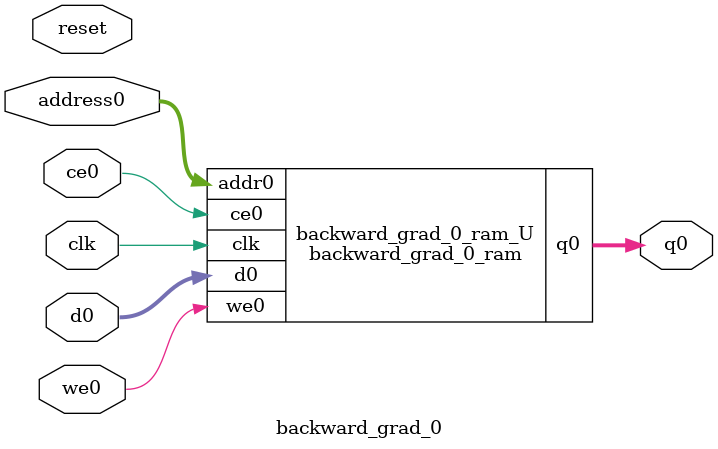
<source format=v>
`timescale 1 ns / 1 ps
module backward_grad_0_ram (addr0, ce0, d0, we0, q0,  clk);

parameter DWIDTH = 32;
parameter AWIDTH = 10;
parameter MEM_SIZE = 576;

input[AWIDTH-1:0] addr0;
input ce0;
input[DWIDTH-1:0] d0;
input we0;
output reg[DWIDTH-1:0] q0;
input clk;

(* ram_style = "block" *)reg [DWIDTH-1:0] ram[0:MEM_SIZE-1];




always @(posedge clk)  
begin 
    if (ce0) 
    begin
        if (we0) 
        begin 
            ram[addr0] <= d0; 
        end 
        q0 <= ram[addr0];
    end
end


endmodule

`timescale 1 ns / 1 ps
module backward_grad_0(
    reset,
    clk,
    address0,
    ce0,
    we0,
    d0,
    q0);

parameter DataWidth = 32'd32;
parameter AddressRange = 32'd576;
parameter AddressWidth = 32'd10;
input reset;
input clk;
input[AddressWidth - 1:0] address0;
input ce0;
input we0;
input[DataWidth - 1:0] d0;
output[DataWidth - 1:0] q0;



backward_grad_0_ram backward_grad_0_ram_U(
    .clk( clk ),
    .addr0( address0 ),
    .ce0( ce0 ),
    .we0( we0 ),
    .d0( d0 ),
    .q0( q0 ));

endmodule


</source>
